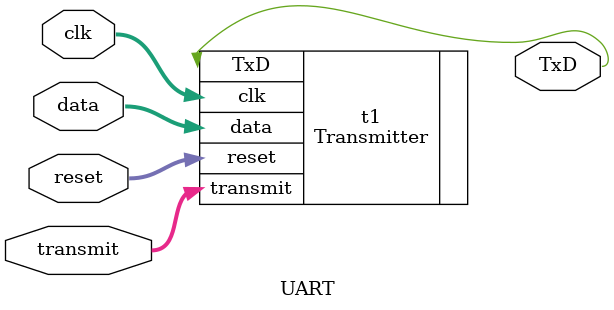
<source format=v>
`timescale 1ns / 1ps


module UART(
input [7:0] data,clk,transmit,reset,
output TxD
);

//wire transmitting_out;


Transmitter t1 (.clk(clk),.data(data),.reset(reset),.transmit(transmit),.TxD(TxD));


endmodule

</source>
